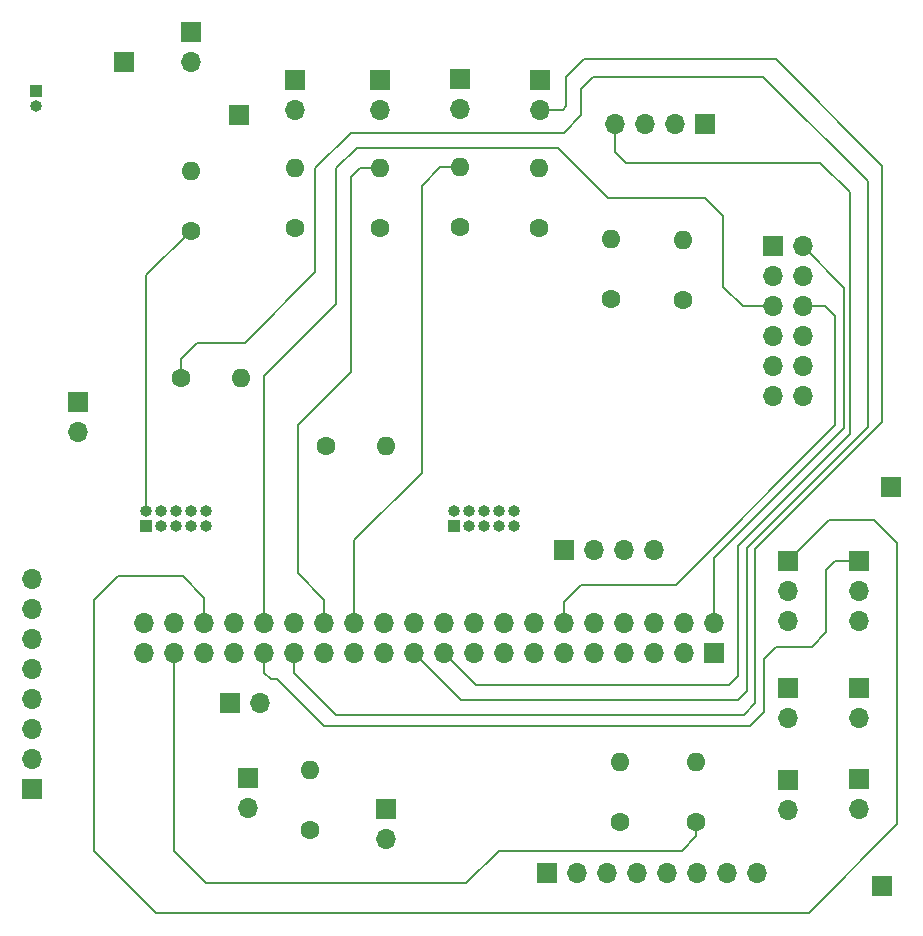
<source format=gbr>
%TF.GenerationSoftware,KiCad,Pcbnew,8.0.8*%
%TF.CreationDate,2025-03-27T14:30:52-04:00*%
%TF.ProjectId,GRIT_main_pcb,47524954-5f6d-4616-996e-5f7063622e6b,rev?*%
%TF.SameCoordinates,Original*%
%TF.FileFunction,Copper,L2,Inr*%
%TF.FilePolarity,Positive*%
%FSLAX46Y46*%
G04 Gerber Fmt 4.6, Leading zero omitted, Abs format (unit mm)*
G04 Created by KiCad (PCBNEW 8.0.8) date 2025-03-27 14:30:52*
%MOMM*%
%LPD*%
G01*
G04 APERTURE LIST*
%TA.AperFunction,ComponentPad*%
%ADD10R,1.700000X1.700000*%
%TD*%
%TA.AperFunction,ComponentPad*%
%ADD11O,1.600000X1.600000*%
%TD*%
%TA.AperFunction,ComponentPad*%
%ADD12C,1.600000*%
%TD*%
%TA.AperFunction,ComponentPad*%
%ADD13O,1.700000X1.700000*%
%TD*%
%TA.AperFunction,ComponentPad*%
%ADD14O,1.000000X1.000000*%
%TD*%
%TA.AperFunction,ComponentPad*%
%ADD15R,1.000000X1.000000*%
%TD*%
%TA.AperFunction,Conductor*%
%ADD16C,0.200000*%
%TD*%
G04 APERTURE END LIST*
D10*
%TO.N,LED-*%
%TO.C,LED-*%
X89000000Y-89000000D03*
%TD*%
%TO.N,LED+*%
%TO.C,LED+*%
X89750000Y-55250000D03*
%TD*%
D11*
%TO.N,PI13*%
%TO.C,10k*%
X40500000Y-79170000D03*
D12*
%TO.N,GND*%
X40500000Y-84250000D03*
%TD*%
D10*
%TO.N,GND*%
%TO.C,LCD*%
X74000000Y-24500000D03*
D13*
%TO.N,5V*%
X71460000Y-24500000D03*
%TO.N,PI23*%
X68920000Y-24500000D03*
%TO.N,PI19*%
X66380000Y-24500000D03*
%TD*%
D14*
%TO.N,GND*%
%TO.C,EncR*%
X57790000Y-57230000D03*
%TO.N,N/C*%
X57790000Y-58500000D03*
X56520000Y-57230000D03*
%TO.N,PI16*%
X56520000Y-58500000D03*
%TO.N,N/C*%
X55250000Y-57230000D03*
%TO.N,PI18*%
X55250000Y-58500000D03*
%TO.N,N/C*%
X53980000Y-57230000D03*
X53980000Y-58500000D03*
%TO.N,5V*%
X52710000Y-57230000D03*
D15*
%TO.N,3V3*%
X52710000Y-58500000D03*
%TD*%
D10*
%TO.N,PI36*%
%TO.C,MOS1*%
X81000000Y-61500000D03*
D13*
%TO.N,LED+*%
X81000000Y-64040000D03*
%TO.N,LED3*%
X81000000Y-66580000D03*
%TD*%
D10*
%TO.N,LED4*%
%TO.C,LED4*%
X81000000Y-80025000D03*
D13*
%TO.N,LED-*%
X81000000Y-82565000D03*
%TD*%
D10*
%TO.N,LED3*%
%TO.C,LED3*%
X81000000Y-72250000D03*
D13*
%TO.N,LED4*%
X81000000Y-74790000D03*
%TD*%
D10*
%TO.N,LED2*%
%TO.C,LED1*%
X87000000Y-79950000D03*
D13*
%TO.N,LED-*%
X87000000Y-82490000D03*
%TD*%
D10*
%TO.N,LED1*%
%TO.C,LED1*%
X87000000Y-72225000D03*
D13*
%TO.N,LED2*%
X87000000Y-74765000D03*
%TD*%
D10*
%TO.N,On*%
%TO.C,Rel2*%
X34500000Y-23725000D03*
%TD*%
D13*
%TO.N,EStop*%
%TO.C,EStop*%
X30500000Y-19240000D03*
D10*
%TO.N,GND*%
X30500000Y-16700000D03*
%TD*%
D12*
%TO.N,5V*%
%TO.C,10k*%
X30450000Y-33515000D03*
D11*
%TO.N,EStop*%
X30450000Y-28435000D03*
%TD*%
D10*
%TO.N,EStop*%
%TO.C,Rel1*%
X24750000Y-19225000D03*
%TD*%
D12*
%TO.N,5V*%
%TO.C,10k*%
X39250000Y-33305000D03*
D11*
%TO.N,On*%
X39250000Y-28225000D03*
%TD*%
D13*
%TO.N,On*%
%TO.C,On*%
X39300000Y-23305000D03*
D10*
%TO.N,GND*%
X39300000Y-20765000D03*
%TD*%
D13*
%TO.N,5V*%
%TO.C,Limit Switch*%
X35250000Y-82435000D03*
D10*
%TO.N,PI13*%
X35250000Y-79895000D03*
%TD*%
D12*
%TO.N,5V*%
%TO.C,10k*%
X46450000Y-33290000D03*
D11*
%TO.N,PI28*%
X46450000Y-28210000D03*
%TD*%
%TO.N,PI26*%
%TO.C,10k*%
X53200000Y-28170000D03*
D12*
%TO.N,5V*%
X53200000Y-33250000D03*
%TD*%
%TO.N,5V*%
%TO.C,10k*%
X59950000Y-33290000D03*
D11*
%TO.N,PI29*%
X59950000Y-28210000D03*
%TD*%
D10*
%TO.N,GND*%
%TO.C,PB 3*%
X60000000Y-20750000D03*
D13*
%TO.N,PI29*%
X60000000Y-23290000D03*
%TD*%
D10*
%TO.N,GND*%
%TO.C,PB 2*%
X53250000Y-20710000D03*
D13*
%TO.N,PI26*%
X53250000Y-23250000D03*
%TD*%
%TO.N,PI28*%
%TO.C,PB 1*%
X46500000Y-23290000D03*
D10*
%TO.N,GND*%
X46500000Y-20750000D03*
%TD*%
D12*
%TO.N,PI22*%
%TO.C,4.7k*%
X66750000Y-83580000D03*
D11*
%TO.N,3V3*%
X66750000Y-78500000D03*
%TD*%
D13*
%TO.N,PI40*%
%TO.C,Raspberry Pi*%
X26520000Y-66750000D03*
%TO.N,GND*%
X26520000Y-69290000D03*
%TO.N,PI38*%
X29060000Y-66750000D03*
%TO.N,PI37*%
X29060000Y-69290000D03*
%TO.N,PI36*%
X31600000Y-66750000D03*
%TO.N,PI35*%
X31600000Y-69290000D03*
%TO.N,N/C*%
X34140000Y-66750000D03*
%TO.N,PI33*%
X34140000Y-69290000D03*
%TO.N,PI32*%
X36680000Y-66750000D03*
%TO.N,PI31*%
X36680000Y-69290000D03*
%TO.N,N/C*%
X39220000Y-66750000D03*
%TO.N,PI29*%
X39220000Y-69290000D03*
%TO.N,PI28*%
X41760000Y-66750000D03*
%TO.N,PI27*%
X41760000Y-69290000D03*
%TO.N,PI26*%
X44300000Y-66750000D03*
%TO.N,N/C*%
X44300000Y-69290000D03*
%TO.N,PI24*%
X46840000Y-66750000D03*
%TO.N,PI23*%
X46840000Y-69290000D03*
%TO.N,PI22*%
X49380000Y-66750000D03*
%TO.N,PI21*%
X49380000Y-69290000D03*
%TO.N,N/C*%
X51920000Y-66750000D03*
%TO.N,PI19*%
X51920000Y-69290000D03*
%TO.N,PI18*%
X54460000Y-66750000D03*
%TO.N,N/C*%
X54460000Y-69290000D03*
%TO.N,PI16*%
X57000000Y-66750000D03*
%TO.N,PI15*%
X57000000Y-69290000D03*
%TO.N,N/C*%
X59540000Y-66750000D03*
%TO.N,PI13*%
X59540000Y-69290000D03*
%TO.N,PI12*%
X62080000Y-66750000D03*
%TO.N,PI11*%
X62080000Y-69290000D03*
%TO.N,PI10*%
X64620000Y-66750000D03*
%TO.N,N/C*%
X64620000Y-69290000D03*
%TO.N,PI8*%
X67160000Y-66750000D03*
%TO.N,PI7*%
X67160000Y-69290000D03*
%TO.N,N/C*%
X69700000Y-66750000D03*
%TO.N,PI5*%
X69700000Y-69290000D03*
%TO.N,5V*%
X72240000Y-66750000D03*
%TO.N,PI3*%
X72240000Y-69290000D03*
%TO.N,5V*%
X74780000Y-66750000D03*
D10*
%TO.N,3V3*%
X74780000Y-69290000D03*
%TD*%
D12*
%TO.N,PI24*%
%TO.C,4.7k*%
X41920000Y-51750000D03*
D11*
%TO.N,3V3*%
X47000000Y-51750000D03*
%TD*%
D10*
%TO.N,PI11*%
%TO.C,PowMOS2*%
X47000000Y-82500000D03*
D13*
%TO.N,GND*%
X47000000Y-85040000D03*
%TD*%
%TO.N,N/C*%
%TO.C,Dual Motor Driver*%
X82250000Y-47540000D03*
X79710000Y-47540000D03*
%TO.N,5V*%
X82250000Y-45000000D03*
X79710000Y-45000000D03*
%TO.N,PI38*%
X82250000Y-42460000D03*
%TO.N,PI33*%
X79710000Y-42460000D03*
%TO.N,PI12*%
X82250000Y-39920000D03*
%TO.N,PI32*%
X79710000Y-39920000D03*
%TO.N,GND*%
X82250000Y-37380000D03*
X79710000Y-37380000D03*
%TO.N,5V*%
X82250000Y-34840000D03*
D10*
X79710000Y-34840000D03*
%TD*%
D13*
%TO.N,PI7*%
%TO.C,IMU*%
X17000000Y-62970000D03*
%TO.N,N/C*%
X17000000Y-65510000D03*
X17000000Y-68050000D03*
X17000000Y-70590000D03*
%TO.N,PI5*%
X17000000Y-73130000D03*
%TO.N,PI3*%
X17000000Y-75670000D03*
%TO.N,GND*%
X17000000Y-78210000D03*
D10*
%TO.N,3V3*%
X17000000Y-80750000D03*
%TD*%
D12*
%TO.N,PI37*%
%TO.C,4.7k*%
X73250000Y-83580000D03*
D11*
%TO.N,3V3*%
X73250000Y-78500000D03*
%TD*%
D14*
%TO.N,5V*%
%TO.C,Cooling Fan*%
X17300000Y-23000000D03*
D15*
%TO.N,GND*%
X17300000Y-21730000D03*
%TD*%
D11*
%TO.N,PI23*%
%TO.C,4.7k*%
X72075000Y-34315000D03*
D12*
%TO.N,3V3*%
X72075000Y-39395000D03*
%TD*%
%TO.N,PI21*%
%TO.C,4.7k*%
X29595000Y-46000000D03*
D11*
%TO.N,3V3*%
X34675000Y-46000000D03*
%TD*%
D13*
%TO.N,N/C*%
%TO.C,BMS*%
X78370000Y-87935000D03*
X75830000Y-87935000D03*
X73290000Y-87935000D03*
X70750000Y-87935000D03*
%TO.N,PI37*%
X68210000Y-87935000D03*
%TO.N,PI22*%
X65670000Y-87935000D03*
%TO.N,GND*%
X63130000Y-87935000D03*
D10*
%TO.N,5V*%
X60590000Y-87935000D03*
%TD*%
%TO.N,5V*%
%TO.C,GPS*%
X62010000Y-60540000D03*
D13*
%TO.N,PI10*%
X64550000Y-60540000D03*
%TO.N,PI8*%
X67090000Y-60540000D03*
%TO.N,GND*%
X69630000Y-60540000D03*
%TD*%
D11*
%TO.N,PI19*%
%TO.C,4.7k*%
X66000000Y-34235000D03*
D12*
%TO.N,3V3*%
X66000000Y-39315000D03*
%TD*%
D10*
%TO.N,PI21*%
%TO.C,Pico*%
X20895000Y-48000000D03*
D13*
%TO.N,PI24*%
X20895000Y-50540000D03*
%TD*%
D10*
%TO.N,PI35*%
%TO.C,PowMOS1*%
X33750000Y-73500000D03*
D13*
%TO.N,GND*%
X36290000Y-73500000D03*
%TD*%
%TO.N,LED1*%
%TO.C,MOS2*%
X87000000Y-66580000D03*
%TO.N,LED+*%
X87000000Y-64040000D03*
D10*
%TO.N,PI31*%
X87000000Y-61500000D03*
%TD*%
D14*
%TO.N,GND*%
%TO.C,EncL*%
X31750000Y-57230000D03*
%TO.N,N/C*%
X31750000Y-58500000D03*
X30480000Y-57230000D03*
%TO.N,PI40*%
X30480000Y-58500000D03*
%TO.N,N/C*%
X29210000Y-57230000D03*
%TO.N,PI15*%
X29210000Y-58500000D03*
%TO.N,N/C*%
X27940000Y-57230000D03*
X27940000Y-58500000D03*
%TO.N,5V*%
X26670000Y-57230000D03*
D15*
%TO.N,3V3*%
X26670000Y-58500000D03*
%TD*%
D16*
%TO.N,PI29*%
X61960000Y-23290000D02*
X60000000Y-23290000D01*
X62250000Y-23000000D02*
X61960000Y-23290000D01*
X62250000Y-20500000D02*
X62250000Y-23000000D01*
X63750000Y-19000000D02*
X62250000Y-20500000D01*
X79960000Y-19000000D02*
X63750000Y-19000000D01*
X89000000Y-28040000D02*
X79960000Y-19000000D01*
X89000000Y-49750000D02*
X89000000Y-28040000D01*
X78250000Y-73500000D02*
X78250000Y-60500000D01*
X77250000Y-74500000D02*
X78250000Y-73500000D01*
X42750000Y-74500000D02*
X77250000Y-74500000D01*
X39220000Y-70970000D02*
X42750000Y-74500000D01*
X39220000Y-69290000D02*
X39220000Y-70970000D01*
X78250000Y-60500000D02*
X89000000Y-49750000D01*
%TO.N,PI21*%
X77500000Y-60375000D02*
X77500000Y-72500000D01*
X87750000Y-29330000D02*
X87750000Y-50125000D01*
X76750000Y-73250000D02*
X53340000Y-73250000D01*
X64500000Y-20500000D02*
X78920000Y-20500000D01*
X63500000Y-21500000D02*
X64500000Y-20500000D01*
X63500000Y-23750000D02*
X63500000Y-21500000D01*
X62000000Y-25250000D02*
X63500000Y-23750000D01*
X44000000Y-25250000D02*
X62000000Y-25250000D01*
X78920000Y-20500000D02*
X87750000Y-29330000D01*
X35000000Y-43000000D02*
X41000000Y-37000000D01*
X41000000Y-28250000D02*
X44000000Y-25250000D01*
X53340000Y-73250000D02*
X49380000Y-69290000D01*
X31000000Y-43000000D02*
X35000000Y-43000000D01*
X87750000Y-50125000D02*
X77500000Y-60375000D01*
X29595000Y-44405000D02*
X31000000Y-43000000D01*
X77500000Y-72500000D02*
X76750000Y-73250000D01*
X41000000Y-37000000D02*
X41000000Y-28250000D01*
X29595000Y-46000000D02*
X29595000Y-44405000D01*
%TO.N,5V*%
X26670000Y-37295000D02*
X30450000Y-33515000D01*
X26670000Y-57230000D02*
X26670000Y-37295000D01*
%TO.N,PI36*%
X84500000Y-58000000D02*
X81000000Y-61500000D01*
X88250000Y-58000000D02*
X84500000Y-58000000D01*
X90250000Y-83750000D02*
X90250000Y-60000000D01*
X90250000Y-60000000D02*
X88250000Y-58000000D01*
X27500000Y-91250000D02*
X82750000Y-91250000D01*
X24250000Y-62750000D02*
X22250000Y-64750000D01*
X29750000Y-62750000D02*
X24250000Y-62750000D01*
X22250000Y-64750000D02*
X22250000Y-86000000D01*
X22250000Y-86000000D02*
X27500000Y-91250000D01*
X31600000Y-64600000D02*
X29750000Y-62750000D01*
X31600000Y-66750000D02*
X31600000Y-64600000D01*
X82750000Y-91250000D02*
X90250000Y-83750000D01*
%TO.N,PI19*%
X54630000Y-72000000D02*
X51920000Y-69290000D01*
X76750000Y-71250000D02*
X76000000Y-72000000D01*
X86250000Y-50750000D02*
X76750000Y-60250000D01*
X86250000Y-30250000D02*
X86250000Y-50750000D01*
X76000000Y-72000000D02*
X54630000Y-72000000D01*
X76750000Y-60250000D02*
X76750000Y-71250000D01*
X83750000Y-27750000D02*
X86250000Y-30250000D01*
X67250000Y-27750000D02*
X83750000Y-27750000D01*
X66380000Y-26880000D02*
X67250000Y-27750000D01*
X66380000Y-24500000D02*
X66380000Y-26880000D01*
%TO.N,5V*%
X85750000Y-38340000D02*
X82250000Y-34840000D01*
X85750000Y-50250000D02*
X85750000Y-38340000D01*
X74780000Y-61220000D02*
X85750000Y-50250000D01*
X74780000Y-66750000D02*
X74780000Y-61220000D01*
%TO.N,PI32*%
X75500000Y-38250000D02*
X77170000Y-39920000D01*
X77170000Y-39920000D02*
X79710000Y-39920000D01*
X75500000Y-32250000D02*
X75500000Y-38250000D01*
X74000000Y-30750000D02*
X75500000Y-32250000D01*
X44500000Y-26500000D02*
X61500000Y-26500000D01*
X42750000Y-28250000D02*
X44500000Y-26500000D01*
X42750000Y-39750000D02*
X42750000Y-28250000D01*
X36680000Y-45820000D02*
X42750000Y-39750000D01*
X61500000Y-26500000D02*
X65750000Y-30750000D01*
X36680000Y-66750000D02*
X36680000Y-45820000D01*
X65750000Y-30750000D02*
X74000000Y-30750000D01*
%TO.N,PI28*%
X39500000Y-62500000D02*
X41760000Y-64760000D01*
X39500000Y-50000000D02*
X39500000Y-62500000D01*
X41760000Y-64760000D02*
X41760000Y-66750000D01*
X44000000Y-29000000D02*
X44000000Y-45500000D01*
X44790000Y-28210000D02*
X44000000Y-29000000D01*
X44000000Y-45500000D02*
X39500000Y-50000000D01*
X46450000Y-28210000D02*
X44790000Y-28210000D01*
%TO.N,PI31*%
X36680000Y-70930000D02*
X36680000Y-69290000D01*
X37750000Y-71500000D02*
X37250000Y-71500000D01*
X41750000Y-75500000D02*
X37750000Y-71500000D01*
X77750000Y-75500000D02*
X41750000Y-75500000D01*
X79000000Y-69750000D02*
X79000000Y-74250000D01*
X83000000Y-68750000D02*
X80000000Y-68750000D01*
X84250000Y-67500000D02*
X83000000Y-68750000D01*
X80000000Y-68750000D02*
X79000000Y-69750000D01*
X79000000Y-74250000D02*
X77750000Y-75500000D01*
X84250000Y-62250000D02*
X84250000Y-67500000D01*
X85000000Y-61500000D02*
X84250000Y-62250000D01*
X87000000Y-61500000D02*
X85000000Y-61500000D01*
X37250000Y-71500000D02*
X36680000Y-70930000D01*
%TO.N,PI37*%
X56500000Y-86000000D02*
X53750000Y-88750000D01*
X31750000Y-88750000D02*
X29000000Y-86000000D01*
X53750000Y-88750000D02*
X31750000Y-88750000D01*
X72000000Y-86000000D02*
X56500000Y-86000000D01*
X73250000Y-84750000D02*
X72000000Y-86000000D01*
X29000000Y-86000000D02*
X29060000Y-85940000D01*
X73250000Y-83580000D02*
X73250000Y-84750000D01*
X29060000Y-85940000D02*
X29060000Y-69290000D01*
%TO.N,PI33*%
X79710000Y-42460000D02*
X80000000Y-42750000D01*
%TO.N,PI12*%
X84170000Y-39920000D02*
X82250000Y-39920000D01*
X85000000Y-40750000D02*
X84170000Y-39920000D01*
X71500000Y-63500000D02*
X85000000Y-50000000D01*
X85000000Y-50000000D02*
X85000000Y-40750000D01*
X63500000Y-63500000D02*
X71500000Y-63500000D01*
X62080000Y-64920000D02*
X63500000Y-63500000D01*
X62080000Y-66750000D02*
X62080000Y-64920000D01*
%TO.N,PI26*%
X44300000Y-59700000D02*
X44300000Y-66750000D01*
X50000000Y-54000000D02*
X44300000Y-59700000D01*
X51580000Y-28170000D02*
X50000000Y-29750000D01*
X53200000Y-28170000D02*
X51580000Y-28170000D01*
X50000000Y-29750000D02*
X50000000Y-54000000D01*
%TD*%
M02*

</source>
